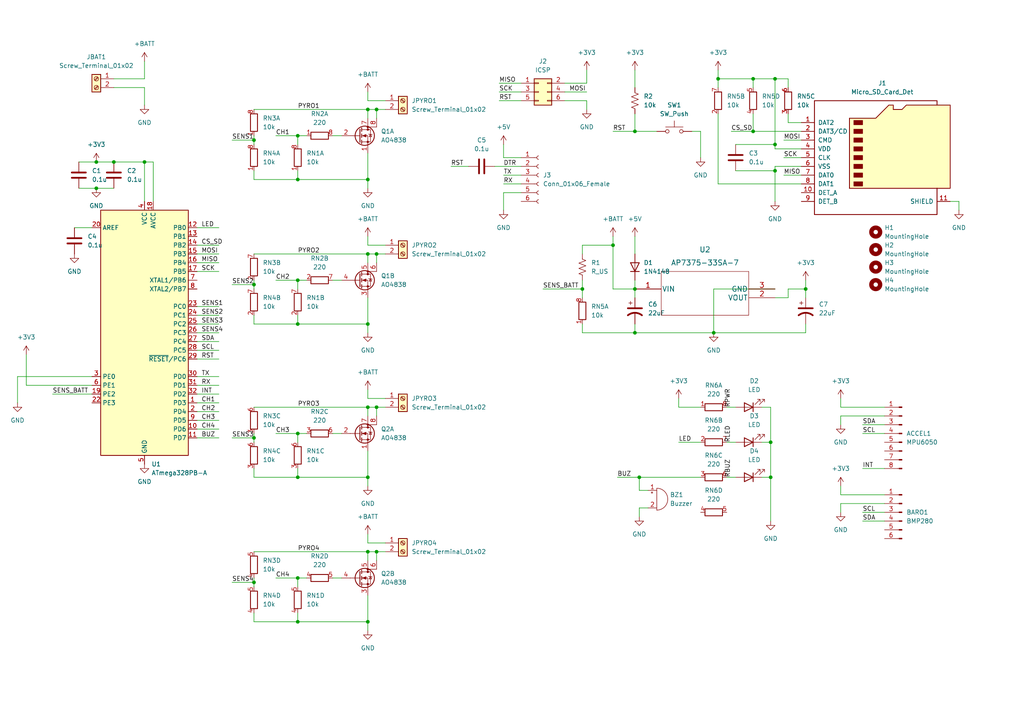
<source format=kicad_sch>
(kicad_sch (version 20211123) (generator eeschema)
  (paper "A4")
  (lib_symbols
    (symbol "Connector:Conn_01x06_Female" (pin_names (offset 1.016) hide)
      (property "Reference" "J" (at 0 7.62 0))
      (property "Value" "Conn_01x06_Female" (at 0 -10.16 0))
      (symbol "Conn_01x06_Female_1_1"
        (pin passive line (at -5.08 5.08 0) (length 3.81) (name "Pin_1") (number "1"))
        (pin passive line (at -5.08 2.54 0) (length 3.81) (name "Pin_2") (number "2"))
        (pin passive line (at -5.08 0 0) (length 3.81) (name "Pin_3") (number "3"))
        (pin passive line (at -5.08 -2.54 0) (length 3.81) (name "Pin_4") (number "4"))
        (pin passive line (at -5.08 -5.08 0) (length 3.81) (name "Pin_5") (number "5"))
        (pin passive line (at -5.08 -7.62 0) (length 3.81) (name "Pin_6") (number "6"))
      )
    )
    (symbol "Connector:Conn_01x06_Male" (pin_names (offset 1.016) hide)
      (property "Reference" "J" (at 0 7.62 0))
      (property "Value" "Conn_01x06_Male" (at 0 -10.16 0))
      (symbol "Conn_01x06_Male_1_1"
        (pin passive line (at 5.08 5.08 180) (length 3.81) (name "Pin_1") (number "1"))
        (pin passive line (at 5.08 2.54 180) (length 3.81) (name "Pin_2") (number "2"))
        (pin passive line (at 5.08 0 180) (length 3.81) (name "Pin_3") (number "3"))
        (pin passive line (at 5.08 -2.54 180) (length 3.81) (name "Pin_4") (number "4"))
        (pin passive line (at 5.08 -5.08 180) (length 3.81) (name "Pin_5") (number "5"))
        (pin passive line (at 5.08 -7.62 180) (length 3.81) (name "Pin_6") (number "6"))
      )
    )
    (symbol "Connector:Conn_01x08_Male" (pin_names (offset 1.016) hide)
      (property "Reference" "J" (at 0 10.16 0))
      (property "Value" "Conn_01x08_Male" (at 0 -12.7 0))
      (symbol "Conn_01x08_Male_1_1"
        (pin passive line (at 5.08 7.62 180) (length 3.81) (name "Pin_1") (number "1"))
        (pin passive line (at 5.08 5.08 180) (length 3.81) (name "Pin_2") (number "2"))
        (pin passive line (at 5.08 2.54 180) (length 3.81) (name "Pin_3") (number "3"))
        (pin passive line (at 5.08 0 180) (length 3.81) (name "Pin_4") (number "4"))
        (pin passive line (at 5.08 -2.54 180) (length 3.81) (name "Pin_5") (number "5"))
        (pin passive line (at 5.08 -5.08 180) (length 3.81) (name "Pin_6") (number "6"))
        (pin passive line (at 5.08 -7.62 180) (length 3.81) (name "Pin_7") (number "7"))
        (pin passive line (at 5.08 -10.16 180) (length 3.81) (name "Pin_8") (number "8"))
      )
    )
    (symbol "Connector:Micro_SD_Card_Det" (pin_names (offset 1.016))
      (property "Reference" "J" (at -16.51 17.78 0))
      (property "Value" "Micro_SD_Card_Det" (at 16.51 17.78 0))
      (symbol "Micro_SD_Card_Det_1_1"
        (pin bidirectional line (at -22.86 10.16 0) (length 3.81) (name "DAT2") (number "1"))
        (pin passive line (at -22.86 -10.16 0) (length 3.81) (name "DET_A") (number "10"))
        (pin passive line (at 20.32 -12.7 180) (length 3.81) (name "SHIELD") (number "11"))
        (pin bidirectional line (at -22.86 7.62 0) (length 3.81) (name "DAT3/CD") (number "2"))
        (pin input line (at -22.86 5.08 0) (length 3.81) (name "CMD") (number "3"))
        (pin power_in line (at -22.86 2.54 0) (length 3.81) (name "VDD") (number "4"))
        (pin input line (at -22.86 0 0) (length 3.81) (name "CLK") (number "5"))
        (pin power_in line (at -22.86 -2.54 0) (length 3.81) (name "VSS") (number "6"))
        (pin bidirectional line (at -22.86 -5.08 0) (length 3.81) (name "DAT0") (number "7"))
        (pin bidirectional line (at -22.86 -7.62 0) (length 3.81) (name "DAT1") (number "8"))
        (pin passive line (at -22.86 -12.7 0) (length 3.81) (name "DET_B") (number "9"))
      )
    )
    (symbol "Connector:Screw_Terminal_01x02" (pin_names (offset 1.016) hide)
      (property "Reference" "J" (at 0 2.54 0))
      (property "Value" "Screw_Terminal_01x02" (at 0 -5.08 0))
      (symbol "Screw_Terminal_01x02_1_1"
        (pin passive line (at -5.08 0 0) (length 3.81) (name "Pin_1") (number "1"))
        (pin passive line (at -5.08 -2.54 0) (length 3.81) (name "Pin_2") (number "2"))
      )
    )
    (symbol "Connector_Generic:Conn_02x03_Odd_Even" (pin_names (offset 1.016) hide)
      (property "Reference" "J" (at 1.27 5.08 0))
      (property "Value" "Conn_02x03_Odd_Even" (at 1.27 -5.08 0))
      (symbol "Conn_02x03_Odd_Even_1_1"
        (pin passive line (at -5.08 2.54 0) (length 3.81) (name "Pin_1") (number "1"))
        (pin passive line (at 7.62 2.54 180) (length 3.81) (name "Pin_2") (number "2"))
        (pin passive line (at -5.08 0 0) (length 3.81) (name "Pin_3") (number "3"))
        (pin passive line (at 7.62 0 180) (length 3.81) (name "Pin_4") (number "4"))
        (pin passive line (at -5.08 -2.54 0) (length 3.81) (name "Pin_5") (number "5"))
        (pin passive line (at 7.62 -2.54 180) (length 3.81) (name "Pin_6") (number "6"))
      )
    )
    (symbol "Device:Buzzer" (pin_names (offset 0.0254) hide)
      (property "Reference" "BZ" (at 3.81 1.27 0))
      (property "Value" "Buzzer" (at 3.81 -1.27 0))
      (symbol "Buzzer_1_1"
        (pin passive line (at -2.54 2.54 0) (length 2.54) (name "-") (number "1"))
        (pin passive line (at -2.54 -2.54 0) (length 2.54) (name "+") (number "2"))
      )
    )
    (symbol "Device:C" (pin_numbers hide) (pin_names (offset 0.254))
      (property "Reference" "C" (at 0.635 2.54 0))
      (property "Value" "C" (at 0.635 -2.54 0))
      (symbol "C_1_1"
        (pin passive line (at 0 3.81 270) (length 2.794) (name "~") (number "1"))
        (pin passive line (at 0 -3.81 90) (length 2.794) (name "~") (number "2"))
      )
    )
    (symbol "Device:C_Polarized_US" (pin_numbers hide) (pin_names (offset 0.254) hide)
      (property "Reference" "C" (at 0.635 2.54 0))
      (property "Value" "C_Polarized_US" (at 0.635 -2.54 0))
      (symbol "C_Polarized_US_1_1"
        (pin passive line (at 0 3.81 270) (length 2.794) (name "~") (number "1"))
        (pin passive line (at 0 -3.81 90) (length 3.302) (name "~") (number "2"))
      )
    )
    (symbol "Device:LED" (pin_numbers hide) (pin_names (offset 1.016) hide)
      (property "Reference" "D" (at 0 2.54 0))
      (property "Value" "LED" (at 0 -2.54 0))
      (symbol "LED_1_1"
        (pin passive line (at -3.81 0 0) (length 2.54) (name "K") (number "1"))
        (pin passive line (at 3.81 0 180) (length 2.54) (name "A") (number "2"))
      )
    )
    (symbol "Device:Q_Dual_NMOS_S1G1S2G2D2D2D1D1" (pin_names (offset 0) hide)
      (property "Reference" "Q" (at 5.08 1.27 0))
      (property "Value" "Q_Dual_NMOS_S1G1S2G2D2D2D1D1" (at 5.08 -1.27 0))
      (symbol "Q_Dual_NMOS_S1G1S2G2D2D2D1D1_1_1"
        (pin passive line (at 2.54 -5.08 90) (length 2.54) (name "S") (number "1"))
        (pin input line (at -5.08 0 0) (length 2.54) (name "G") (number "2"))
        (pin passive line (at 2.54 5.08 270) (length 2.54) (name "D") (number "7"))
        (pin passive line (at 5.08 5.08 270) (length 2.54) (name "D") (number "8"))
      )
      (symbol "Q_Dual_NMOS_S1G1S2G2D2D2D1D1_2_1"
        (pin passive line (at 2.54 -5.08 90) (length 2.54) (name "S") (number "3"))
        (pin input line (at -5.08 0 0) (length 2.54) (name "G") (number "4"))
        (pin passive line (at 2.54 5.08 270) (length 2.54) (name "D") (number "5"))
        (pin passive line (at 5.08 5.08 270) (length 2.54) (name "D") (number "6"))
      )
    )
    (symbol "Device:R_Pack04_Split" (pin_names (offset 0) hide)
      (property "Reference" "RN" (at 2.032 0 90))
      (property "Value" "R_Pack04_Split" (at 0 0 90))
      (symbol "R_Pack04_Split_1_1"
        (pin passive line (at 0 -3.81 90) (length 1.27) (name "R1.1") (number "1"))
        (pin passive line (at 0 3.81 270) (length 1.27) (name "R1.2") (number "8"))
      )
      (symbol "R_Pack04_Split_2_1"
        (pin passive line (at 0 -3.81 90) (length 1.27) (name "R2.1") (number "2"))
        (pin passive line (at 0 3.81 270) (length 1.27) (name "R2.2") (number "7"))
      )
      (symbol "R_Pack04_Split_3_1"
        (pin passive line (at 0 -3.81 90) (length 1.27) (name "R3.1") (number "3"))
        (pin passive line (at 0 3.81 270) (length 1.27) (name "R3.2") (number "6"))
      )
      (symbol "R_Pack04_Split_4_1"
        (pin passive line (at 0 -3.81 90) (length 1.27) (name "R4.1") (number "4"))
        (pin passive line (at 0 3.81 270) (length 1.27) (name "R4.2") (number "5"))
      )
    )
    (symbol "Device:R_US" (pin_numbers hide) (pin_names (offset 0))
      (property "Reference" "R" (at 2.54 0 90))
      (property "Value" "R_US" (at -2.54 0 90))
      (symbol "R_US_1_1"
        (pin passive line (at 0 3.81 270) (length 1.27) (name "~") (number "1"))
        (pin passive line (at 0 -3.81 90) (length 1.27) (name "~") (number "2"))
      )
    )
    (symbol "Diode:1N4148" (pin_numbers hide) (pin_names (offset 1.016) hide)
      (property "Reference" "D" (at 0 2.54 0))
      (property "Value" "1N4148" (at 0 -2.54 0))
      (symbol "1N4148_1_1"
        (pin passive line (at -3.81 0 0) (length 2.54) (name "K") (number "1"))
        (pin passive line (at 3.81 0 180) (length 2.54) (name "A") (number "2"))
      )
    )
    (symbol "MCU_Microchip_ATmega:ATmega328PB-A"
      (property "Reference" "U" (at -12.7 36.83 0))
      (property "Value" "ATmega328PB-A" (at 2.54 -36.83 0))
      (symbol "ATmega328PB-A_1_1"
        (pin bidirectional line (at 15.24 -20.32 180) (length 2.54) (name "PD3") (number "1"))
        (pin bidirectional line (at 15.24 -27.94 180) (length 2.54) (name "PD6") (number "10"))
        (pin bidirectional line (at 15.24 -30.48 180) (length 2.54) (name "PD7") (number "11"))
        (pin bidirectional line (at 15.24 30.48 180) (length 2.54) (name "PB0") (number "12"))
        (pin bidirectional line (at 15.24 27.94 180) (length 2.54) (name "PB1") (number "13"))
        (pin bidirectional line (at 15.24 25.4 180) (length 2.54) (name "PB2") (number "14"))
        (pin bidirectional line (at 15.24 22.86 180) (length 2.54) (name "PB3") (number "15"))
        (pin bidirectional line (at 15.24 20.32 180) (length 2.54) (name "PB4") (number "16"))
        (pin bidirectional line (at 15.24 17.78 180) (length 2.54) (name "PB5") (number "17"))
        (pin power_in line (at 2.54 38.1 270) (length 2.54) (name "AVCC") (number "18"))
        (pin bidirectional line (at -15.24 -17.78 0) (length 2.54) (name "PE2") (number "19"))
        (pin bidirectional line (at 15.24 -22.86 180) (length 2.54) (name "PD4") (number "2"))
        (pin passive line (at -15.24 30.48 0) (length 2.54) (name "AREF") (number "20"))
        (pin passive line (at 0 -38.1 90) (length 2.54) hide (name "GND") (number "21"))
        (pin bidirectional line (at -15.24 -20.32 0) (length 2.54) (name "PE3") (number "22"))
        (pin bidirectional line (at 15.24 7.62 180) (length 2.54) (name "PC0") (number "23"))
        (pin bidirectional line (at 15.24 5.08 180) (length 2.54) (name "PC1") (number "24"))
        (pin bidirectional line (at 15.24 2.54 180) (length 2.54) (name "PC2") (number "25"))
        (pin bidirectional line (at 15.24 0 180) (length 2.54) (name "PC3") (number "26"))
        (pin bidirectional line (at 15.24 -2.54 180) (length 2.54) (name "PC4") (number "27"))
        (pin bidirectional line (at 15.24 -5.08 180) (length 2.54) (name "PC5") (number "28"))
        (pin bidirectional line (at 15.24 -7.62 180) (length 2.54) (name "~{RESET}/PC6") (number "29"))
        (pin bidirectional line (at -15.24 -12.7 0) (length 2.54) (name "PE0") (number "3"))
        (pin bidirectional line (at 15.24 -12.7 180) (length 2.54) (name "PD0") (number "30"))
        (pin bidirectional line (at 15.24 -15.24 180) (length 2.54) (name "PD1") (number "31"))
        (pin bidirectional line (at 15.24 -17.78 180) (length 2.54) (name "PD2") (number "32"))
        (pin power_in line (at 0 38.1 270) (length 2.54) (name "VCC") (number "4"))
        (pin power_in line (at 0 -38.1 90) (length 2.54) (name "GND") (number "5"))
        (pin bidirectional line (at -15.24 -15.24 0) (length 2.54) (name "PE1") (number "6"))
        (pin bidirectional line (at 15.24 15.24 180) (length 2.54) (name "XTAL1/PB6") (number "7"))
        (pin bidirectional line (at 15.24 12.7 180) (length 2.54) (name "XTAL2/PB7") (number "8"))
        (pin bidirectional line (at 15.24 -25.4 180) (length 2.54) (name "PD5") (number "9"))
      )
    )
    (symbol "Mechanical:MountingHole" (pin_names (offset 1.016))
      (property "Reference" "H" (at 0 5.08 0))
      (property "Value" "MountingHole" (at 0 3.175 0))
    )
    (symbol "Regulator_Linear_Custom:AP7375-33SA-7" (pin_names (offset 0.254))
      (property "Reference" "U" (at 20.32 10.16 0))
      (property "Value" "AP7375-33SA-7" (at 20.32 7.62 0))
      (symbol "AP7375-33SA-7_1_1"
        (pin input line (at 0 0 0) (length 7.62) (name "VIN") (number "1"))
        (pin output line (at 40.64 -2.54 180) (length 7.62) (name "VOUT") (number "2"))
        (pin power_in line (at 40.64 0 180) (length 7.62) (name "GND") (number "3"))
      )
    )
    (symbol "Switch:SW_Push" (pin_numbers hide) (pin_names (offset 1.016) hide)
      (property "Reference" "SW" (at 1.27 2.54 0))
      (property "Value" "SW_Push" (at 0 -1.524 0))
      (symbol "SW_Push_0_1"
        (pin passive line (at -5.08 0 0) (length 2.54) (name "1") (number "1"))
        (pin passive line (at 5.08 0 180) (length 2.54) (name "2") (number "2"))
      )
    )
    (symbol "power:+3V3" (power) (pin_names (offset 0))
      (property "Value" "+3V3" (at 0 3.556 0))
      (symbol "+3V3_1_1"
        (pin power_in line (at 0 0 90) (length 0) hide (name "+3V3") (number "1"))
      )
    )
    (symbol "power:+5V" (power) (pin_names (offset 0))
      (property "Value" "+5V" (at 0 3.556 0))
      (symbol "+5V_1_1"
        (pin power_in line (at 0 0 90) (length 0) hide (name "+5V") (number "1"))
      )
    )
    (symbol "power:+BATT" (power) (pin_names (offset 0))
      (property "Value" "+BATT" (at 0 3.556 0))
      (symbol "+BATT_1_1"
        (pin power_in line (at 0 0 90) (length 0) hide (name "+BATT") (number "1"))
      )
    )
    (symbol "power:GND" (power) (pin_names (offset 0))
      (property "Value" "GND" (at 0 -3.81 0))
      (symbol "GND_1_1"
        (pin power_in line (at 0 0 270) (length 0) hide (name "GND") (number "1"))
      )
    )
  )
  (junction (at 208.28 22.86))
  (junction (at 73.66 82.55))
  (junction (at 27.94 46.99))
  (junction (at 27.94 54.61))
  (junction (at 185.42 138.43))
  (junction (at 106.68 138.43))
  (junction (at 207.01 96.52))
  (junction (at 184.15 83.82))
  (junction (at 86.36 81.28))
  (junction (at 86.36 39.37))
  (junction (at 168.91 83.82))
  (junction (at 106.68 180.34))
  (junction (at 33.02 46.99))
  (junction (at 224.79 41.91))
  (junction (at 106.68 73.66))
  (junction (at 184.15 38.1))
  (junction (at 106.68 160.02))
  (junction (at 73.66 40.64))
  (junction (at 218.44 22.86))
  (junction (at 86.36 125.73))
  (junction (at 106.68 118.11))
  (junction (at 223.52 138.43))
  (junction (at 177.8 71.12))
  (junction (at 106.68 31.75))
  (junction (at 106.68 93.98))
  (junction (at 106.68 52.07))
  (junction (at 86.36 52.07))
  (junction (at 73.66 127))
  (junction (at 41.91 46.99))
  (junction (at 86.36 138.43))
  (junction (at 86.36 167.64))
  (junction (at 86.36 180.34))
  (junction (at 233.68 83.82))
  (junction (at 86.36 93.98))
  (junction (at 224.79 22.86))
  (junction (at 218.44 38.1))
  (junction (at 223.52 128.27))
  (junction (at 184.15 96.52))
  (junction (at 109.22 160.02))
  (junction (at 224.79 49.53))
  (junction (at 109.22 31.75))
  (junction (at 109.22 118.11))
  (junction (at 73.66 168.91))
  (junction (at 109.22 73.66))
  (wire (pts (xy 57.15 71.12) (xy 63.5 71.12)))
  (wire (pts (xy 111.76 29.21) (xy 106.68 29.21)))
  (wire (pts (xy 243.84 120.65) (xy 256.54 120.65)))
  (wire (pts (xy 106.68 180.34) (xy 106.68 182.88)))
  (wire (pts (xy 184.15 96.52) (xy 207.01 96.52)))
  (wire (pts (xy 185.42 138.43) (xy 203.2 138.43)))
  (wire (pts (xy 88.9 167.64) (xy 86.36 167.64)))
  (wire (pts (xy 86.36 93.98) (xy 106.68 93.98)))
  (wire (pts (xy 168.91 96.52) (xy 184.15 96.52)))
  (wire (pts (xy 44.45 46.99) (xy 44.45 58.42)))
  (wire (pts (xy 177.8 38.1) (xy 184.15 38.1)))
  (wire (pts (xy 144.78 24.13) (xy 151.13 24.13)))
  (wire (pts (xy 224.79 43.18) (xy 224.79 41.91)))
  (wire (pts (xy 208.28 20.32) (xy 208.28 22.86)))
  (wire (pts (xy 67.31 40.64) (xy 73.66 40.64)))
  (wire (pts (xy 80.01 81.28) (xy 86.36 81.28)))
  (wire (pts (xy 111.76 160.02) (xy 109.22 160.02)))
  (wire (pts (xy 250.19 123.19) (xy 256.54 123.19)))
  (wire (pts (xy 144.78 26.67) (xy 151.13 26.67)))
  (wire (pts (xy 21.59 66.04) (xy 26.67 66.04)))
  (wire (pts (xy 96.52 39.37) (xy 99.06 39.37)))
  (wire (pts (xy 220.98 128.27) (xy 223.52 128.27)))
  (wire (pts (xy 73.66 31.75) (xy 106.68 31.75)))
  (wire (pts (xy 203.2 38.1) (xy 203.2 45.72)))
  (wire (pts (xy 106.68 86.36) (xy 106.68 93.98)))
  (wire (pts (xy 57.15 114.3) (xy 63.5 114.3)))
  (wire (pts (xy 224.79 22.86) (xy 228.6 22.86)))
  (wire (pts (xy 213.36 41.91) (xy 224.79 41.91)))
  (wire (pts (xy 177.8 71.12) (xy 177.8 83.82)))
  (wire (pts (xy 15.24 114.3) (xy 26.67 114.3)))
  (wire (pts (xy 208.28 22.86) (xy 208.28 25.4)))
  (wire (pts (xy 278.13 58.42) (xy 275.59 58.42)))
  (wire (pts (xy 27.94 54.61) (xy 33.02 54.61)))
  (wire (pts (xy 67.31 127) (xy 73.66 127)))
  (wire (pts (xy 232.41 35.56) (xy 228.6 35.56)))
  (wire (pts (xy 212.09 38.1) (xy 218.44 38.1)))
  (wire (pts (xy 109.22 118.11) (xy 109.22 120.65)))
  (wire (pts (xy 207.01 83.82) (xy 207.01 96.52)))
  (wire (pts (xy 233.68 81.28) (xy 233.68 83.82)))
  (wire (pts (xy 203.2 118.11) (xy 196.85 118.11)))
  (wire (pts (xy 227.33 50.8) (xy 232.41 50.8)))
  (wire (pts (xy 73.66 127) (xy 73.66 128.27)))
  (wire (pts (xy 106.68 138.43) (xy 106.68 140.97)))
  (wire (pts (xy 7.62 102.87) (xy 7.62 111.76)))
  (wire (pts (xy 111.76 118.11) (xy 109.22 118.11)))
  (wire (pts (xy 88.9 81.28) (xy 86.36 81.28)))
  (wire (pts (xy 86.36 52.07) (xy 86.36 49.53)))
  (wire (pts (xy 200.66 38.1) (xy 203.2 38.1)))
  (wire (pts (xy 224.79 41.91) (xy 224.79 22.86)))
  (wire (pts (xy 88.9 39.37) (xy 86.36 39.37)))
  (wire (pts (xy 106.68 120.65) (xy 106.68 118.11)))
  (wire (pts (xy 73.66 91.44) (xy 73.66 93.98)))
  (wire (pts (xy 146.05 50.8) (xy 151.13 50.8)))
  (wire (pts (xy 111.76 31.75) (xy 109.22 31.75)))
  (wire (pts (xy 73.66 81.28) (xy 73.66 82.55)))
  (wire (pts (xy 73.66 39.37) (xy 73.66 40.64)))
  (wire (pts (xy 243.84 146.05) (xy 256.54 146.05)))
  (wire (pts (xy 210.82 128.27) (xy 213.36 128.27)))
  (wire (pts (xy 106.68 29.21) (xy 106.68 26.67)))
  (wire (pts (xy 168.91 93.98) (xy 168.91 96.52)))
  (wire (pts (xy 57.15 111.76) (xy 63.5 111.76)))
  (wire (pts (xy 243.84 120.65) (xy 243.84 123.19)))
  (wire (pts (xy 187.96 142.24) (xy 185.42 142.24)))
  (wire (pts (xy 224.79 83.82) (xy 207.01 83.82)))
  (wire (pts (xy 80.01 125.73) (xy 86.36 125.73)))
  (wire (pts (xy 57.15 93.98) (xy 63.5 93.98)))
  (wire (pts (xy 250.19 151.13) (xy 256.54 151.13)))
  (wire (pts (xy 106.68 44.45) (xy 106.68 52.07)))
  (wire (pts (xy 41.91 46.99) (xy 41.91 58.42)))
  (wire (pts (xy 213.36 49.53) (xy 224.79 49.53)))
  (wire (pts (xy 278.13 60.96) (xy 278.13 58.42)))
  (wire (pts (xy 232.41 53.34) (xy 208.28 53.34)))
  (wire (pts (xy 86.36 81.28) (xy 86.36 83.82)))
  (wire (pts (xy 207.01 96.52) (xy 233.68 96.52)))
  (wire (pts (xy 111.76 73.66) (xy 109.22 73.66)))
  (wire (pts (xy 184.15 83.82) (xy 184.15 86.36)))
  (wire (pts (xy 243.84 115.57) (xy 243.84 118.11)))
  (wire (pts (xy 73.66 160.02) (xy 106.68 160.02)))
  (wire (pts (xy 86.36 138.43) (xy 86.36 135.89)))
  (wire (pts (xy 227.33 40.64) (xy 232.41 40.64)))
  (wire (pts (xy 33.02 25.4) (xy 41.91 25.4)))
  (wire (pts (xy 243.84 146.05) (xy 243.84 148.59)))
  (wire (pts (xy 73.66 177.8) (xy 73.66 180.34)))
  (wire (pts (xy 27.94 46.99) (xy 33.02 46.99)))
  (wire (pts (xy 96.52 125.73) (xy 99.06 125.73)))
  (wire (pts (xy 106.68 115.57) (xy 106.68 113.03)))
  (wire (pts (xy 57.15 73.66) (xy 63.5 73.66)))
  (wire (pts (xy 73.66 118.11) (xy 106.68 118.11)))
  (wire (pts (xy 224.79 49.53) (xy 224.79 58.42)))
  (wire (pts (xy 233.68 86.36) (xy 233.68 83.82)))
  (wire (pts (xy 218.44 38.1) (xy 218.44 33.02)))
  (wire (pts (xy 96.52 167.64) (xy 99.06 167.64)))
  (wire (pts (xy 228.6 83.82) (xy 228.6 86.36)))
  (wire (pts (xy 185.42 147.32) (xy 185.42 149.86)))
  (wire (pts (xy 26.67 109.22) (xy 5.08 109.22)))
  (wire (pts (xy 220.98 118.11) (xy 223.52 118.11)))
  (wire (pts (xy 130.81 48.26) (xy 135.89 48.26)))
  (wire (pts (xy 73.66 52.07) (xy 86.36 52.07)))
  (wire (pts (xy 111.76 115.57) (xy 106.68 115.57)))
  (wire (pts (xy 196.85 115.57) (xy 196.85 118.11)))
  (wire (pts (xy 210.82 118.11) (xy 213.36 118.11)))
  (wire (pts (xy 228.6 35.56) (xy 228.6 33.02)))
  (wire (pts (xy 208.28 53.34) (xy 208.28 33.02)))
  (wire (pts (xy 163.83 29.21) (xy 170.18 29.21)))
  (wire (pts (xy 86.36 39.37) (xy 86.36 41.91)))
  (wire (pts (xy 190.5 38.1) (xy 184.15 38.1)))
  (wire (pts (xy 106.68 71.12) (xy 106.68 68.58)))
  (wire (pts (xy 196.85 128.27) (xy 203.2 128.27)))
  (wire (pts (xy 223.52 138.43) (xy 223.52 151.13)))
  (wire (pts (xy 57.15 99.06) (xy 63.5 99.06)))
  (wire (pts (xy 67.31 168.91) (xy 73.66 168.91)))
  (wire (pts (xy 146.05 41.91) (xy 146.05 45.72)))
  (wire (pts (xy 106.68 172.72) (xy 106.68 180.34)))
  (wire (pts (xy 218.44 22.86) (xy 224.79 22.86)))
  (wire (pts (xy 5.08 109.22) (xy 5.08 116.84)))
  (wire (pts (xy 86.36 177.8) (xy 86.36 180.34)))
  (wire (pts (xy 106.68 52.07) (xy 106.68 54.61)))
  (wire (pts (xy 220.98 138.43) (xy 223.52 138.43)))
  (wire (pts (xy 73.66 180.34) (xy 86.36 180.34)))
  (wire (pts (xy 57.15 91.44) (xy 63.5 91.44)))
  (wire (pts (xy 106.68 73.66) (xy 109.22 73.66)))
  (wire (pts (xy 57.15 101.6) (xy 63.5 101.6)))
  (wire (pts (xy 67.31 82.55) (xy 73.66 82.55)))
  (wire (pts (xy 218.44 25.4) (xy 218.44 22.86)))
  (wire (pts (xy 57.15 124.46) (xy 63.5 124.46)))
  (wire (pts (xy 57.15 116.84) (xy 63.5 116.84)))
  (wire (pts (xy 73.66 49.53) (xy 73.66 52.07)))
  (wire (pts (xy 57.15 76.2) (xy 63.5 76.2)))
  (wire (pts (xy 228.6 25.4) (xy 228.6 22.86)))
  (wire (pts (xy 80.01 39.37) (xy 86.36 39.37)))
  (wire (pts (xy 73.66 167.64) (xy 73.66 168.91)))
  (wire (pts (xy 187.96 147.32) (xy 185.42 147.32)))
  (wire (pts (xy 106.68 138.43) (xy 86.36 138.43)))
  (wire (pts (xy 73.66 82.55) (xy 73.66 83.82)))
  (wire (pts (xy 57.15 66.04) (xy 63.5 66.04)))
  (wire (pts (xy 57.15 127) (xy 63.5 127)))
  (wire (pts (xy 146.05 45.72) (xy 151.13 45.72)))
  (wire (pts (xy 250.19 148.59) (xy 256.54 148.59)))
  (wire (pts (xy 184.15 73.66) (xy 184.15 68.58)))
  (wire (pts (xy 73.66 93.98) (xy 86.36 93.98)))
  (wire (pts (xy 106.68 130.81) (xy 106.68 138.43)))
  (wire (pts (xy 86.36 125.73) (xy 86.36 128.27)))
  (wire (pts (xy 41.91 46.99) (xy 44.45 46.99)))
  (wire (pts (xy 163.83 26.67) (xy 170.18 26.67)))
  (wire (pts (xy 223.52 118.11) (xy 223.52 128.27)))
  (wire (pts (xy 96.52 81.28) (xy 99.06 81.28)))
  (wire (pts (xy 185.42 142.24) (xy 185.42 138.43)))
  (wire (pts (xy 73.66 125.73) (xy 73.66 127)))
  (wire (pts (xy 57.15 119.38) (xy 63.5 119.38)))
  (wire (pts (xy 170.18 24.13) (xy 163.83 24.13)))
  (wire (pts (xy 88.9 125.73) (xy 86.36 125.73)))
  (wire (pts (xy 86.36 180.34) (xy 106.68 180.34)))
  (wire (pts (xy 227.33 45.72) (xy 232.41 45.72)))
  (wire (pts (xy 22.86 46.99) (xy 27.94 46.99)))
  (wire (pts (xy 218.44 22.86) (xy 208.28 22.86)))
  (wire (pts (xy 106.68 157.48) (xy 106.68 154.94)))
  (wire (pts (xy 86.36 91.44) (xy 86.36 93.98)))
  (wire (pts (xy 73.66 168.91) (xy 73.66 170.18)))
  (wire (pts (xy 184.15 38.1) (xy 184.15 33.02)))
  (wire (pts (xy 223.52 128.27) (xy 223.52 138.43)))
  (wire (pts (xy 232.41 38.1) (xy 218.44 38.1)))
  (wire (pts (xy 106.68 160.02) (xy 109.22 160.02)))
  (wire (pts (xy 57.15 109.22) (xy 63.5 109.22)))
  (wire (pts (xy 111.76 71.12) (xy 106.68 71.12)))
  (wire (pts (xy 184.15 20.32) (xy 184.15 25.4)))
  (wire (pts (xy 73.66 40.64) (xy 73.66 41.91)))
  (wire (pts (xy 168.91 73.66) (xy 168.91 71.12)))
  (wire (pts (xy 73.66 138.43) (xy 86.36 138.43)))
  (wire (pts (xy 106.68 31.75) (xy 109.22 31.75)))
  (wire (pts (xy 184.15 93.98) (xy 184.15 96.52)))
  (wire (pts (xy 170.18 20.32) (xy 170.18 24.13)))
  (wire (pts (xy 250.19 135.89) (xy 256.54 135.89)))
  (wire (pts (xy 57.15 78.74) (xy 63.5 78.74)))
  (wire (pts (xy 57.15 88.9) (xy 63.5 88.9)))
  (wire (pts (xy 233.68 96.52) (xy 233.68 93.98)))
  (wire (pts (xy 106.68 162.56) (xy 106.68 160.02)))
  (wire (pts (xy 26.67 111.76) (xy 7.62 111.76)))
  (wire (pts (xy 243.84 143.51) (xy 256.54 143.51)))
  (wire (pts (xy 170.18 29.21) (xy 170.18 31.75)))
  (wire (pts (xy 184.15 83.82) (xy 177.8 83.82)))
  (wire (pts (xy 80.01 167.64) (xy 86.36 167.64)))
  (wire (pts (xy 106.68 118.11) (xy 109.22 118.11)))
  (wire (pts (xy 232.41 43.18) (xy 224.79 43.18)))
  (wire (pts (xy 106.68 76.2) (xy 106.68 73.66)))
  (wire (pts (xy 184.15 81.28) (xy 184.15 83.82)))
  (wire (pts (xy 41.91 25.4) (xy 41.91 30.48)))
  (wire (pts (xy 73.66 73.66) (xy 106.68 73.66)))
  (wire (pts (xy 144.78 29.21) (xy 151.13 29.21)))
  (wire (pts (xy 33.02 22.86) (xy 41.91 22.86)))
  (wire (pts (xy 146.05 53.34) (xy 151.13 53.34)))
  (wire (pts (xy 224.79 48.26) (xy 224.79 49.53)))
  (wire (pts (xy 111.76 157.48) (xy 106.68 157.48)))
  (wire (pts (xy 228.6 86.36) (xy 224.79 86.36)))
  (wire (pts (xy 243.84 140.97) (xy 243.84 143.51)))
  (wire (pts (xy 179.07 138.43) (xy 185.42 138.43)))
  (wire (pts (xy 41.91 17.78) (xy 41.91 22.86)))
  (wire (pts (xy 106.68 52.07) (xy 86.36 52.07)))
  (wire (pts (xy 143.51 48.26) (xy 151.13 48.26)))
  (wire (pts (xy 109.22 160.02) (xy 109.22 162.56)))
  (wire (pts (xy 151.13 55.88) (xy 146.05 55.88)))
  (wire (pts (xy 86.36 167.64) (xy 86.36 170.18)))
  (wire (pts (xy 106.68 34.29) (xy 106.68 31.75)))
  (wire (pts (xy 243.84 118.11) (xy 256.54 118.11)))
  (wire (pts (xy 146.05 55.88) (xy 146.05 60.96)))
  (wire (pts (xy 73.66 135.89) (xy 73.66 138.43)))
  (wire (pts (xy 57.15 96.52) (xy 63.5 96.52)))
  (wire (pts (xy 22.86 54.61) (xy 27.94 54.61)))
  (wire (pts (xy 57.15 121.92) (xy 63.5 121.92)))
  (wire (pts (xy 168.91 81.28) (xy 168.91 83.82)))
  (wire (pts (xy 233.68 83.82) (xy 228.6 83.82)))
  (wire (pts (xy 57.15 104.14) (xy 63.5 104.14)))
  (wire (pts (xy 109.22 31.75) (xy 109.22 34.29)))
  (wire (pts (xy 168.91 83.82) (xy 168.91 86.36)))
  (wire (pts (xy 177.8 68.58) (xy 177.8 71.12)))
  (wire (pts (xy 250.19 125.73) (xy 256.54 125.73)))
  (wire (pts (xy 109.22 73.66) (xy 109.22 76.2)))
  (wire (pts (xy 157.48 83.82) (xy 168.91 83.82)))
  (wire (pts (xy 33.02 46.99) (xy 41.91 46.99)))
  (wire (pts (xy 168.91 71.12) (xy 177.8 71.12)))
  (wire (pts (xy 106.68 93.98) (xy 106.68 96.52)))
  (wire (pts (xy 210.82 138.43) (xy 213.36 138.43)))
  (wire (pts (xy 232.41 48.26) (xy 224.79 48.26)))
  (label "INT" (at 250.19 135.89 0))
  (label "CH4" (at 80.01 167.64 0))
  (label "CH4" (at 58.42 124.46 0))
  (label "RPWR" (at 212.09 118.11 90))
  (label "SCK" (at 227.33 45.72 0))
  (label "CH3" (at 58.42 121.92 0))
  (label "BUZ" (at 58.42 127 0))
  (label "SDA" (at 250.19 123.19 0))
  (label "SENS1" (at 67.31 40.64 0))
  (label "SENS_BATT" (at 157.48 83.82 0))
  (label "DTR" (at 146.05 48.26 0))
  (label "BUZ" (at 179.07 138.43 0))
  (label "SENS2" (at 67.31 82.55 0))
  (label "SCL" (at 250.19 125.73 0))
  (label "SENS4" (at 58.42 96.52 0))
  (label "TX" (at 146.05 50.8 0))
  (label "SENS3" (at 58.42 93.98 0))
  (label "SENS_BATT" (at 15.24 114.3 0))
  (label "MISO" (at 58.42 76.2 0))
  (label "CS_SD" (at 58.42 71.12 0))
  (label "PYRO2" (at 86.36 73.66 0))
  (label "RST" (at 130.81 48.26 0))
  (label "CH3" (at 80.01 125.73 0))
  (label "SCK" (at 144.78 26.67 0))
  (label "SCL" (at 58.42 101.6 0))
  (label "RST" (at 177.8 38.1 0))
  (label "MISO" (at 227.33 50.8 0))
  (label "MOSI" (at 227.33 40.64 0))
  (label "PYRO3" (at 86.36 118.11 0))
  (label "LED" (at 196.85 128.27 0))
  (label "SENS4" (at 67.31 168.91 0))
  (label "MOSI" (at 165.1 26.67 0))
  (label "PYRO4" (at 86.36 160.02 0))
  (label "RBUZ" (at 212.09 138.43 90))
  (label "RX" (at 58.42 111.76 0))
  (label "CH1" (at 80.01 39.37 0))
  (label "SENS3" (at 67.31 127 0))
  (label "CH1" (at 58.42 116.84 0))
  (label "PYRO1" (at 86.36 31.75 0))
  (label "SDA" (at 250.19 151.13 0))
  (label "INT" (at 58.42 114.3 0))
  (label "CH2" (at 58.42 119.38 0))
  (label "RLED" (at 212.09 128.27 90))
  (label "TX" (at 58.42 109.22 0))
  (label "RX" (at 146.05 53.34 0))
  (label "RST" (at 58.42 104.14 0))
  (label "RST" (at 144.78 29.21 0))
  (label "LED" (at 58.42 66.04 0))
  (label "SCL" (at 250.19 148.59 0))
  (label "MOSI" (at 58.42 73.66 0))
  (label "SENS2" (at 58.42 91.44 0))
  (label "SENS1" (at 58.42 88.9 0))
  (label "CH2" (at 80.01 81.28 0))
  (label "MISO" (at 144.78 24.13 0))
  (label "SDA" (at 58.42 99.06 0))
  (label "CS_SD" (at 212.09 38.1 0))
  (label "SCK" (at 58.42 78.74 0))
  (symbol (lib_id "Mechanical:MountingHole") (at 254 77.47 0) (unit 1)
    (property "Reference" "H3" (at 256.54 76.1999 0) (effects (justify left)))
    (property "Value" "MountingHole" (at 256.54 78.7399 0) (effects (justify left)))
    (property "Footprint" "MountingHole:MountingHole_3.2mm_M3" (effects hide))
  )
  (symbol (lib_id "Device:R_Pack04_Split") (at 92.71 81.28 270) (unit 2)
    (property "Reference" "RN2" (at 92.71 74.93 90))
    (property "Value" "220" (at 92.71 77.47 90))
    (property "Footprint" "Resistor_SMD:R_Array_Concave_4x0603" (effects hide))
  )
  (symbol (lib_id "power:+3V3") (at 208.28 20.32 0) (unit 1)
    (property "Reference" "#PWR0104" (effects hide))
    (property "Value" "+3V3" (at 208.28 15.24 0))
  )
  (symbol (lib_id "Device:R_Pack04_Split") (at 73.66 132.08 0) (unit 3)
    (property "Reference" "RN4" (at 76.2 130.8099 0) (effects (justify left)))
    (property "Value" "10k" (at 76.2 133.3499 0) (effects (justify left)))
    (property "Footprint" "Resistor_SMD:R_Array_Concave_4x0603" (effects hide))
  )
  (symbol (lib_id "power:+BATT") (at 177.8 68.58 0) (unit 1)
    (property "Reference" "#PWR012" (effects hide))
    (property "Value" "+BATT" (at 177.8 63.5 0))
  )
  (symbol (lib_id "Connector:Screw_Terminal_01x02") (at 27.94 22.86 0) (mirror y) (unit 1)
    (property "Reference" "JBAT1" (at 27.94 16.51 0))
    (property "Value" "Screw_Terminal_01x02" (at 27.94 19.05 0))
    (property "Footprint" "TerminalBlock_TE-Connectivity:TerminalBlock_TE_282834-2_1x02_P2.54mm_Horizontal" (effects hide))
  )
  (symbol (lib_id "power:GND") (at 5.08 116.84 0) (unit 1)
    (property "Reference" "#PWR0121" (effects hide))
    (property "Value" "GND" (at 5.08 121.92 0))
  )
  (symbol (lib_id "Connector:Screw_Terminal_01x02") (at 116.84 71.12 0) (unit 1)
    (property "Reference" "JPYRO2" (at 119.38 71.1199 0) (effects (justify left)))
    (property "Value" "Screw_Terminal_01x02" (at 119.38 73.6599 0) (effects (justify left)))
    (property "Footprint" "TerminalBlock_TE-Connectivity:TerminalBlock_TE_282834-2_1x02_P2.54mm_Horizontal" (effects hide))
  )
  (symbol (lib_id "Device:R_Pack04_Split") (at 207.01 148.59 270) (unit 4)
    (property "Reference" "RN6" (at 207.01 142.24 90))
    (property "Value" "220" (at 207.01 144.78 90))
    (property "Footprint" "Resistor_SMD:R_Array_Concave_4x0603" (effects hide))
  )
  (symbol (lib_id "power:GND") (at 243.84 123.19 0) (unit 1)
    (property "Reference" "#PWR0109" (effects hide))
    (property "Value" "GND" (at 243.84 128.27 0))
  )
  (symbol (lib_id "Device:R_Pack04_Split") (at 73.66 35.56 0) (unit 1)
    (property "Reference" "RN3" (at 76.2 34.2899 0) (effects (justify left)))
    (property "Value" "10k" (at 76.2 36.8299 0) (effects (justify left)))
    (property "Footprint" "Resistor_SMD:R_Array_Concave_4x0603" (effects hide))
  )
  (symbol (lib_id "Connector:Screw_Terminal_01x02") (at 116.84 115.57 0) (unit 1)
    (property "Reference" "JPYRO3" (at 119.38 115.5699 0) (effects (justify left)))
    (property "Value" "Screw_Terminal_01x02" (at 119.38 118.1099 0) (effects (justify left)))
    (property "Footprint" "TerminalBlock_TE-Connectivity:TerminalBlock_TE_282834-2_1x02_P2.54mm_Horizontal" (effects hide))
  )
  (symbol (lib_id "Device:C") (at 213.36 45.72 0) (unit 1)
    (property "Reference" "C3" (at 217.17 44.4499 0) (effects (justify left)))
    (property "Value" "0.1u" (at 217.17 46.9899 0) (effects (justify left)))
    (property "Footprint" "Capacitor_SMD:C_0805_2012Metric_Pad1.18x1.45mm_HandSolder" (effects hide))
  )
  (symbol (lib_id "Device:LED") (at 217.17 118.11 180) (unit 1)
    (property "Reference" "D2" (at 218.7575 110.49 0))
    (property "Value" "LED" (at 218.7575 113.03 0))
    (property "Footprint" "LED_THT:LED_D3.0mm" (effects hide))
  )
  (symbol (lib_id "power:+3V3") (at 243.84 140.97 0) (unit 1)
    (property "Reference" "#PWR0116" (effects hide))
    (property "Value" "+3V3" (at 243.84 135.89 0))
  )
  (symbol (lib_id "Device:R_Pack04_Split") (at 73.66 45.72 0) (unit 1)
    (property "Reference" "RN4" (at 76.2 44.4499 0) (effects (justify left)))
    (property "Value" "10k" (at 76.2 46.9899 0) (effects (justify left)))
    (property "Footprint" "Resistor_SMD:R_Array_Concave_4x0603" (effects hide))
  )
  (symbol (lib_id "Connector:Conn_01x06_Male") (at 261.62 148.59 0) (mirror y) (unit 1)
    (property "Reference" "BARO1" (at 262.89 148.5899 0) (effects (justify right)))
    (property "Value" "BMP280" (at 262.89 151.1299 0) (effects (justify right)))
    (property "Footprint" "Sensor_BreakoutBoards:Breakout_BMP280_Generic" (effects hide))
  )
  (symbol (lib_id "power:GND") (at 41.91 134.62 0) (unit 1)
    (property "Reference" "#PWR0101" (effects hide))
    (property "Value" "GND" (at 41.91 139.7 0))
  )
  (symbol (lib_id "Connector:Screw_Terminal_01x02") (at 116.84 157.48 0) (unit 1)
    (property "Reference" "JPYRO4" (at 119.38 157.4799 0) (effects (justify left)))
    (property "Value" "Screw_Terminal_01x02" (at 119.38 160.0199 0) (effects (justify left)))
    (property "Footprint" "TerminalBlock_TE-Connectivity:TerminalBlock_TE_282834-2_1x02_P2.54mm_Horizontal" (effects hide))
  )
  (symbol (lib_id "power:GND") (at 106.68 182.88 0) (unit 1)
    (property "Reference" "#PWR010" (effects hide))
    (property "Value" "GND" (at 106.68 187.96 0))
  )
  (symbol (lib_id "power:+3V3") (at 184.15 20.32 0) (unit 1)
    (property "Reference" "#PWR0106" (effects hide))
    (property "Value" "+3V3" (at 184.15 15.24 0))
  )
  (symbol (lib_id "power:+BATT") (at 106.68 154.94 0) (unit 1)
    (property "Reference" "#PWR09" (effects hide))
    (property "Value" "+BATT" (at 106.68 149.86 0))
  )
  (symbol (lib_id "power:+BATT") (at 106.68 26.67 0) (unit 1)
    (property "Reference" "#PWR03" (effects hide))
    (property "Value" "+BATT" (at 106.68 21.59 0))
  )
  (symbol (lib_id "Device:R_Pack04_Split") (at 218.44 29.21 0) (unit 4)
    (property "Reference" "RN5" (at 220.98 27.9399 0) (effects (justify left)))
    (property "Value" "10k" (at 220.98 30.4799 0) (effects (justify left)))
    (property "Footprint" "Resistor_SMD:R_Array_Concave_4x0603" (effects hide))
  )
  (symbol (lib_id "Device:R_Pack04_Split") (at 92.71 167.64 270) (unit 4)
    (property "Reference" "RN2" (at 92.71 161.29 90))
    (property "Value" "220" (at 92.71 163.83 90))
    (property "Footprint" "Resistor_SMD:R_Array_Concave_4x0603" (effects hide))
  )
  (symbol (lib_id "Device:R_Pack04_Split") (at 73.66 121.92 0) (unit 3)
    (property "Reference" "RN3" (at 76.2 120.6499 0) (effects (justify left)))
    (property "Value" "10k" (at 76.2 123.1899 0) (effects (justify left)))
    (property "Footprint" "Resistor_SMD:R_Array_Concave_4x0603" (effects hide))
  )
  (symbol (lib_id "power:+5V") (at 146.05 41.91 0) (unit 1)
    (property "Reference" "#PWR0115" (effects hide))
    (property "Value" "+5V" (at 146.05 36.83 0))
  )
  (symbol (lib_id "Device:C") (at 21.59 69.85 0) (unit 1)
    (property "Reference" "C4" (at 25.4 68.5799 0) (effects (justify left)))
    (property "Value" "0.1u" (at 25.4 71.1199 0) (effects (justify left)))
    (property "Footprint" "Capacitor_SMD:C_0805_2012Metric_Pad1.18x1.45mm_HandSolder" (effects hide))
  )
  (symbol (lib_id "power:GND") (at 243.84 148.59 0) (unit 1)
    (property "Reference" "#PWR0117" (effects hide))
    (property "Value" "GND" (at 243.84 153.67 0))
  )
  (symbol (lib_id "Device:Q_Dual_NMOS_S1G1S2G2D2D2D1D1") (at 104.14 125.73 0) (unit 1)
    (property "Reference" "Q2" (at 110.49 124.4599 0) (effects (justify left)))
    (property "Value" "AO4838" (at 110.49 126.9999 0) (effects (justify left)))
    (property "Footprint" "Package_SO:SO-8_3.9x4.9mm_P1.27mm" (effects hide))
  )
  (symbol (lib_id "Connector:Micro_SD_Card_Det") (at 255.27 45.72 0) (unit 1)
    (property "Reference" "J1" (at 255.905 24.13 0))
    (property "Value" "Micro_SD_Card_Det" (at 255.905 26.67 0))
    (property "Footprint" "Connector_Amphenol_Custom:Connector_Amphenol_MicroSD_PushPull" (effects hide))
    (property "Datasheet" "https://www.hirose.com/product/en/download_file/key_name/DM3/category/Catalog/doc_file_id/49662/?file_category_id=4&item_id=195&is_series=1" (effects hide))
  )
  (symbol (lib_id "power:+3V3") (at 233.68 81.28 0) (unit 1)
    (property "Reference" "#PWR014" (effects hide))
    (property "Value" "+3V3" (at 233.68 76.2 0))
  )
  (symbol (lib_id "Device:R_US") (at 184.15 29.21 0) (unit 1)
    (property "Reference" "R2" (at 186.69 27.9399 0) (effects (justify left)))
    (property "Value" "10k" (at 186.69 30.4799 0) (effects (justify left)))
    (property "Footprint" "Resistor_SMD:R_0805_2012Metric_Pad1.20x1.40mm_HandSolder" (effects hide))
  )
  (symbol (lib_id "Device:C_Polarized_US") (at 184.15 90.17 0) (unit 1)
    (property "Reference" "C6" (at 187.96 88.2649 0) (effects (justify left)))
    (property "Value" "22uF" (at 187.96 90.8049 0) (effects (justify left)))
    (property "Footprint" "Capacitor_SMD:C_1206_3216Metric_Pad1.33x1.80mm_HandSolder" (effects hide))
  )
  (symbol (lib_id "Device:C") (at 33.02 50.8 0) (unit 1)
    (property "Reference" "C2" (at 36.83 49.5299 0) (effects (justify left)))
    (property "Value" "0.1u" (at 36.83 52.0699 0) (effects (justify left)))
    (property "Footprint" "Capacitor_SMD:C_0805_2012Metric_Pad1.18x1.45mm_HandSolder" (effects hide))
  )
  (symbol (lib_id "Device:R_Pack04_Split") (at 86.36 87.63 0) (unit 2)
    (property "Reference" "RN1" (at 88.9 86.3599 0) (effects (justify left)))
    (property "Value" "10k" (at 88.9 88.8999 0) (effects (justify left)))
    (property "Footprint" "Resistor_SMD:R_Array_Concave_4x0603" (effects hide))
  )
  (symbol (lib_id "power:+3V3") (at 196.85 115.57 0) (unit 1)
    (property "Reference" "#PWR0120" (effects hide))
    (property "Value" "+3V3" (at 196.85 110.49 0))
  )
  (symbol (lib_id "power:GND") (at 223.52 151.13 0) (unit 1)
    (property "Reference" "#PWR0119" (effects hide))
    (property "Value" "GND" (at 223.52 156.21 0))
  )
  (symbol (lib_id "Device:R_US") (at 168.91 77.47 0) (unit 1)
    (property "Reference" "R1" (at 171.45 76.1999 0) (effects (justify left)))
    (property "Value" "R_US" (at 171.45 78.7399 0) (effects (justify left)))
    (property "Footprint" "Resistor_SMD:R_0805_2012Metric_Pad1.20x1.40mm_HandSolder" (effects hide))
  )
  (symbol (lib_id "Device:LED") (at 217.17 128.27 180) (unit 1)
    (property "Reference" "D3" (at 218.7575 120.65 0))
    (property "Value" "LED" (at 218.7575 123.19 0))
    (property "Footprint" "LED_THT:LED_D3.0mm" (effects hide))
  )
  (symbol (lib_id "Device:R_Pack04_Split") (at 73.66 173.99 0) (unit 4)
    (property "Reference" "RN4" (at 76.2 172.7199 0) (effects (justify left)))
    (property "Value" "10k" (at 76.2 175.2599 0) (effects (justify left)))
    (property "Footprint" "Resistor_SMD:R_Array_Concave_4x0603" (effects hide))
  )
  (symbol (lib_id "Connector:Conn_01x08_Male") (at 261.62 125.73 0) (mirror y) (unit 1)
    (property "Reference" "ACCEL1" (at 262.89 125.7299 0) (effects (justify right)))
    (property "Value" "MPU6050" (at 262.89 128.2699 0) (effects (justify right)))
    (property "Footprint" "Sensor_BreakoutBoards:Breakout_MPU6050_Generic" (effects hide))
  )
  (symbol (lib_id "power:+3V3") (at 7.62 102.87 0) (unit 1)
    (property "Reference" "#PWR0122" (effects hide))
    (property "Value" "+3V3" (at 7.62 97.79 0))
  )
  (symbol (lib_id "Switch:SW_Push") (at 195.58 38.1 0) (unit 1)
    (property "Reference" "SW1" (at 195.58 30.48 0))
    (property "Value" "SW_Push" (at 195.58 33.02 0))
    (property "Footprint" "Button_Switch_THT:SW_PUSH_6mm" (effects hide))
  )
  (symbol (lib_id "Device:R_Pack04_Split") (at 86.36 173.99 0) (unit 4)
    (property "Reference" "RN1" (at 88.9 172.7199 0) (effects (justify left)))
    (property "Value" "10k" (at 88.9 175.2599 0) (effects (justify left)))
    (property "Footprint" "Resistor_SMD:R_Array_Concave_4x0603" (effects hide))
  )
  (symbol (lib_id "Device:C") (at 139.7 48.26 90) (unit 1)
    (property "Reference" "C5" (at 139.7 40.64 90))
    (property "Value" "0.1u" (at 139.7 43.18 90))
    (property "Footprint" "Capacitor_SMD:C_0805_2012Metric_Pad1.18x1.45mm_HandSolder" (effects hide))
  )
  (symbol (lib_id "Mechanical:MountingHole") (at 254 72.39 0) (unit 1)
    (property "Reference" "H2" (at 256.54 71.1199 0) (effects (justify left)))
    (property "Value" "MountingHole" (at 256.54 73.6599 0) (effects (justify left)))
    (property "Footprint" "MountingHole:MountingHole_3.2mm_M3" (effects hide))
  )
  (symbol (lib_id "power:+BATT") (at 106.68 68.58 0) (unit 1)
    (property "Reference" "#PWR05" (effects hide))
    (property "Value" "+BATT" (at 106.68 63.5 0))
  )
  (symbol (lib_id "MCU_Microchip_ATmega:ATmega328PB-A") (at 41.91 96.52 0) (unit 1)
    (property "Reference" "U1" (at 43.9294 134.62 0) (effects (justify left)))
    (property "Value" "ATmega328PB-A" (at 43.9294 137.16 0) (effects (justify left)))
    (property "Footprint" "Package_QFP:TQFP-32_7x7mm_P0.8mm" (effects hide))
    (property "Datasheet" "http://ww1.microchip.com/downloads/en/DeviceDoc/40001906C.pdf" (effects hide))
  )
  (symbol (lib_id "Device:R_Pack04_Split") (at 92.71 125.73 270) (unit 3)
    (property "Reference" "RN2" (at 92.71 119.38 90))
    (property "Value" "220" (at 92.71 121.92 90))
    (property "Footprint" "Resistor_SMD:R_Array_Concave_4x0603" (effects hide))
  )
  (symbol (lib_id "Device:C_Polarized_US") (at 233.68 90.17 0) (unit 1)
    (property "Reference" "C7" (at 237.49 88.2649 0) (effects (justify left)))
    (property "Value" "22uF" (at 237.49 90.8049 0) (effects (justify left)))
    (property "Footprint" "Capacitor_SMD:C_1206_3216Metric_Pad1.33x1.80mm_HandSolder" (effects hide))
  )
  (symbol (lib_id "Device:Buzzer") (at 190.5 144.78 0) (unit 1)
    (property "Reference" "BZ1" (at 194.31 143.5099 0) (effects (justify left)))
    (property "Value" "Buzzer" (at 194.31 146.0499 0) (effects (justify left)))
    (property "Footprint" "Buzzer_Beeper:Buzzer_12x9.5RM7.6" (effects hide))
  )
  (symbol (lib_id "power:+5V") (at 184.15 68.58 0) (unit 1)
    (property "Reference" "#PWR0113" (effects hide))
    (property "Value" "+5V" (at 184.15 63.5 0))
  )
  (symbol (lib_id "Device:Q_Dual_NMOS_S1G1S2G2D2D2D1D1") (at 104.14 81.28 0) (unit 2)
    (property "Reference" "Q1" (at 110.49 80.0099 0) (effects (justify left)))
    (property "Value" "AO4838" (at 110.49 82.5499 0) (effects (justify left)))
    (property "Footprint" "Package_SO:SO-8_3.9x4.9mm_P1.27mm" (effects hide))
  )
  (symbol (lib_id "power:GND") (at 203.2 45.72 0) (unit 1)
    (property "Reference" "#PWR0105" (effects hide))
    (property "Value" "GND" (at 203.2 50.8 0))
  )
  (symbol (lib_id "power:GND") (at 27.94 54.61 0) (unit 1)
    (property "Reference" "#PWR0103" (effects hide))
    (property "Value" "GND" (at 27.94 59.69 0))
  )
  (symbol (lib_id "Device:R_Pack04_Split") (at 92.71 39.37 270) (unit 1)
    (property "Reference" "RN2" (at 92.71 33.02 90))
    (property "Value" "220" (at 92.71 35.56 90))
    (property "Footprint" "Resistor_SMD:R_Array_Concave_4x0603" (effects hide))
  )
  (symbol (lib_id "Device:LED") (at 217.17 138.43 180) (unit 1)
    (property "Reference" "D4" (at 218.7575 130.81 0))
    (property "Value" "LED" (at 218.7575 133.35 0))
    (property "Footprint" "LED_THT:LED_D3.0mm" (effects hide))
  )
  (symbol (lib_id "power:GND") (at 207.01 96.52 0) (unit 1)
    (property "Reference" "#PWR013" (effects hide))
    (property "Value" "GND" (at 207.01 101.6 0))
  )
  (symbol (lib_id "Regulator_Linear_Custom:AP7375-33SA-7") (at 184.15 83.82 0) (unit 1)
    (property "Reference" "U2" (at 204.47 72.39 0) (effects (font (size 1.524 1.524))))
    (property "Value" "AP7375-33SA-7" (at 204.47 76.2 0) (effects (font (size 1.524 1.524))))
    (property "Footprint" "Package_TO_SOT_SMD:SOT-23_Handsoldering" (effects hide))
  )
  (symbol (lib_id "Device:R_Pack04_Split") (at 168.91 90.17 0) (unit 1)
    (property "Reference" "RN5" (at 171.45 88.8999 0) (effects (justify left)))
    (property "Value" "10k" (at 171.45 91.4399 0) (effects (justify left)))
    (property "Footprint" "Resistor_SMD:R_Array_Concave_4x0603" (effects hide))
  )
  (symbol (lib_id "Device:C") (at 22.86 50.8 0) (unit 1)
    (property "Reference" "C1" (at 26.67 49.5299 0) (effects (justify left)))
    (property "Value" "0.1u" (at 26.67 52.0699 0) (effects (justify left)))
    (property "Footprint" "Capacitor_SMD:C_0805_2012Metric_Pad1.18x1.45mm_HandSolder" (effects hide))
  )
  (symbol (lib_id "power:GND") (at 106.68 96.52 0) (unit 1)
    (property "Reference" "#PWR06" (effects hide))
    (property "Value" "GND" (at 106.68 101.6 0))
  )
  (symbol (lib_id "Device:R_Pack04_Split") (at 228.6 29.21 0) (unit 3)
    (property "Reference" "RN5" (at 231.14 27.9399 0) (effects (justify left)))
    (property "Value" "10k" (at 231.14 30.4799 0) (effects (justify left)))
    (property "Footprint" "Resistor_SMD:R_Array_Concave_4x0603" (effects hide))
  )
  (symbol (lib_id "power:GND") (at 41.91 30.48 0) (unit 1)
    (property "Reference" "#PWR02" (effects hide))
    (property "Value" "GND" (at 41.91 35.56 0))
  )
  (symbol (lib_id "power:+3V3") (at 170.18 20.32 0) (unit 1)
    (property "Reference" "#PWR0111" (effects hide))
    (property "Value" "+3V3" (at 170.18 15.24 0))
  )
  (symbol (lib_id "power:GND") (at 224.79 58.42 0) (unit 1)
    (property "Reference" "#PWR011" (effects hide))
    (property "Value" "GND" (at 224.79 63.5 0))
  )
  (symbol (lib_id "power:GND") (at 106.68 54.61 0) (unit 1)
    (property "Reference" "#PWR04" (effects hide))
    (property "Value" "GND" (at 106.68 59.69 0))
  )
  (symbol (lib_id "power:GND") (at 146.05 60.96 0) (unit 1)
    (property "Reference" "#PWR0114" (effects hide))
    (property "Value" "GND" (at 146.05 66.04 0))
  )
  (symbol (lib_id "Device:R_Pack04_Split") (at 208.28 29.21 0) (unit 2)
    (property "Reference" "RN5" (at 210.82 27.9399 0) (effects (justify left)))
    (property "Value" "10k" (at 210.82 30.4799 0) (effects (justify left)))
    (property "Footprint" "Resistor_SMD:R_Array_Concave_4x0603" (effects hide))
  )
  (symbol (lib_id "power:+3V3") (at 27.94 46.99 0) (unit 1)
    (property "Reference" "#PWR0102" (effects hide))
    (property "Value" "+3V3" (at 27.94 41.91 0))
  )
  (symbol (lib_id "Device:Q_Dual_NMOS_S1G1S2G2D2D2D1D1") (at 104.14 167.64 0) (unit 2)
    (property "Reference" "Q2" (at 110.49 166.3699 0) (effects (justify left)))
    (property "Value" "AO4838" (at 110.49 168.9099 0) (effects (justify left)))
    (property "Footprint" "Package_SO:SO-8_3.9x4.9mm_P1.27mm" (effects hide))
  )
  (symbol (lib_id "Mechanical:MountingHole") (at 254 67.31 0) (unit 1)
    (property "Reference" "H1" (at 256.54 66.0399 0) (effects (justify left)))
    (property "Value" "MountingHole" (at 256.54 68.5799 0) (effects (justify left)))
    (property "Footprint" "MountingHole:MountingHole_3.2mm_M3" (effects hide))
  )
  (symbol (lib_id "Device:R_Pack04_Split") (at 207.01 118.11 270) (unit 1)
    (property "Reference" "RN6" (at 207.01 111.76 90))
    (property "Value" "220" (at 207.01 114.3 90))
    (property "Footprint" "Resistor_SMD:R_Array_Concave_4x0603" (effects hide))
  )
  (symbol (lib_id "Connector:Conn_01x06_Female") (at 156.21 50.8 0) (unit 1)
    (property "Reference" "J3" (at 157.48 50.7999 0) (effects (justify left)))
    (property "Value" "Conn_01x06_Female" (at 157.48 53.3399 0) (effects (justify left)))
    (property "Footprint" "Connector_PinSocket_2.54mm:PinSocket_1x06_P2.54mm_Vertical" (effects hide))
  )
  (symbol (lib_id "Mechanical:MountingHole") (at 254 82.55 0) (unit 1)
    (property "Reference" "H4" (at 256.54 81.2799 0) (effects (justify left)))
    (property "Value" "MountingHole" (at 256.54 83.82 0) (effects (justify left)))
    (property "Footprint" "MountingHole:MountingHole_3.2mm_M3" (effects hide))
  )
  (symbol (lib_id "Diode:1N4148") (at 184.15 77.47 90) (unit 1)
    (property "Reference" "D1" (at 186.69 76.1999 90) (effects (justify right)))
    (property "Value" "1N4148" (at 186.69 78.7399 90) (effects (justify right)))
    (property "Footprint" "Diode_THT:D_DO-35_SOD27_P7.62mm_Horizontal" (effects hide))
    (property "Datasheet" "https://assets.nexperia.com/documents/data-sheet/1N4148_1N4448.pdf" (effects hide))
  )
  (symbol (lib_id "power:GND") (at 185.42 149.86 0) (unit 1)
    (property "Reference" "#PWR0108" (effects hide))
    (property "Value" "GND" (at 185.42 154.94 0))
  )
  (symbol (lib_id "Device:R_Pack04_Split") (at 86.36 132.08 0) (unit 3)
    (property "Reference" "RN1" (at 88.9 130.8099 0) (effects (justify left)))
    (property "Value" "10k" (at 88.9 133.3499 0) (effects (justify left)))
    (property "Footprint" "Resistor_SMD:R_Array_Concave_4x0603" (effects hide))
  )
  (symbol (lib_id "Device:R_Pack04_Split") (at 73.66 87.63 0) (unit 2)
    (property "Reference" "RN4" (at 76.2 86.3599 0) (effects (justify left)))
    (property "Value" "10k" (at 76.2 88.8999 0) (effects (justify left)))
    (property "Footprint" "Resistor_SMD:R_Array_Concave_4x0603" (effects hide))
  )
  (symbol (lib_id "Device:R_Pack04_Split") (at 207.01 138.43 270) (unit 3)
    (property "Reference" "RN6" (at 207.01 132.08 90))
    (property "Value" "220" (at 207.01 134.62 90))
    (property "Footprint" "Resistor_SMD:R_Array_Concave_4x0603" (effects hide))
  )
  (symbol (lib_id "power:GND") (at 170.18 31.75 0) (unit 1)
    (property "Reference" "#PWR0112" (effects hide))
    (property "Value" "GND" (at 170.18 36.83 0))
  )
  (symbol (lib_id "Device:R_Pack04_Split") (at 73.66 77.47 0) (unit 2)
    (property "Reference" "RN3" (at 76.2 76.1999 0) (effects (justify left)))
    (property "Value" "10k" (at 76.2 78.7399 0) (effects (justify left)))
    (property "Footprint" "Resistor_SMD:R_Array_Concave_4x0603" (effects hide))
  )
  (symbol (lib_id "Device:R_Pack04_Split") (at 86.36 45.72 0) (unit 1)
    (property "Reference" "RN1" (at 88.9 44.4499 0) (effects (justify left)))
    (property "Value" "10k" (at 88.9 46.9899 0) (effects (justify left)))
    (property "Footprint" "Resistor_SMD:R_Array_Concave_4x0603" (effects hide))
  )
  (symbol (lib_id "Connector:Screw_Terminal_01x02") (at 116.84 29.21 0) (unit 1)
    (property "Reference" "JPYRO1" (at 119.38 29.2099 0) (effects (justify left)))
    (property "Value" "Screw_Terminal_01x02" (at 119.38 31.7499 0) (effects (justify left)))
    (property "Footprint" "TerminalBlock_TE-Connectivity:TerminalBlock_TE_282834-2_1x02_P2.54mm_Horizontal" (effects hide))
  )
  (symbol (lib_id "Device:Q_Dual_NMOS_S1G1S2G2D2D2D1D1") (at 104.14 39.37 0) (unit 1)
    (property "Reference" "Q1" (at 110.49 38.0999 0) (effects (justify left)))
    (property "Value" "AO4838" (at 110.49 40.6399 0) (effects (justify left)))
    (property "Footprint" "Package_SO:SO-8_3.9x4.9mm_P1.27mm" (effects hide))
  )
  (symbol (lib_id "Device:R_Pack04_Split") (at 73.66 163.83 0) (unit 4)
    (property "Reference" "RN3" (at 76.2 162.5599 0) (effects (justify left)))
    (property "Value" "10k" (at 76.2 165.0999 0) (effects (justify left)))
    (property "Footprint" "Resistor_SMD:R_Array_Concave_4x0603" (effects hide))
  )
  (symbol (lib_id "power:+BATT") (at 106.68 113.03 0) (unit 1)
    (property "Reference" "#PWR07" (effects hide))
    (property "Value" "+BATT" (at 106.68 107.95 0))
  )
  (symbol (lib_id "Connector_Generic:Conn_02x03_Odd_Even") (at 156.21 26.67 0) (unit 1)
    (property "Reference" "J2" (at 157.48 17.78 0))
    (property "Value" "ICSP" (at 157.48 20.32 0))
    (property "Footprint" "Connector_PinHeader_2.54mm:PinHeader_2x03_P2.54mm_Vertical" (effects hide))
  )
  (symbol (lib_id "power:+3V3") (at 243.84 115.57 0) (unit 1)
    (property "Reference" "#PWR0110" (effects hide))
    (property "Value" "+3V3" (at 243.84 110.49 0))
  )
  (symbol (lib_id "power:GND") (at 106.68 140.97 0) (unit 1)
    (property "Reference" "#PWR08" (effects hide))
    (property "Value" "GND" (at 106.68 146.05 0))
  )
  (symbol (lib_id "Device:R_Pack04_Split") (at 207.01 128.27 270) (unit 2)
    (property "Reference" "RN6" (at 207.01 121.92 90))
    (property "Value" "220" (at 207.01 124.46 90))
    (property "Footprint" "Resistor_SMD:R_Array_Concave_4x0603" (effects hide))
  )
  (symbol (lib_id "power:GND") (at 278.13 60.96 0) (unit 1)
    (property "Reference" "#PWR0118" (effects hide))
    (property "Value" "GND" (at 278.13 66.04 0))
  )
  (symbol (lib_id "power:GND") (at 21.59 73.66 0) (unit 1)
    (property "Reference" "#PWR0107" (effects hide))
    (property "Value" "GND" (at 21.59 78.74 0))
  )
  (symbol (lib_id "power:+BATT") (at 41.91 17.78 0) (unit 1)
    (property "Reference" "#PWR01" (effects hide))
    (property "Value" "+BATT" (at 41.91 12.7 0))
  )
)
</source>
